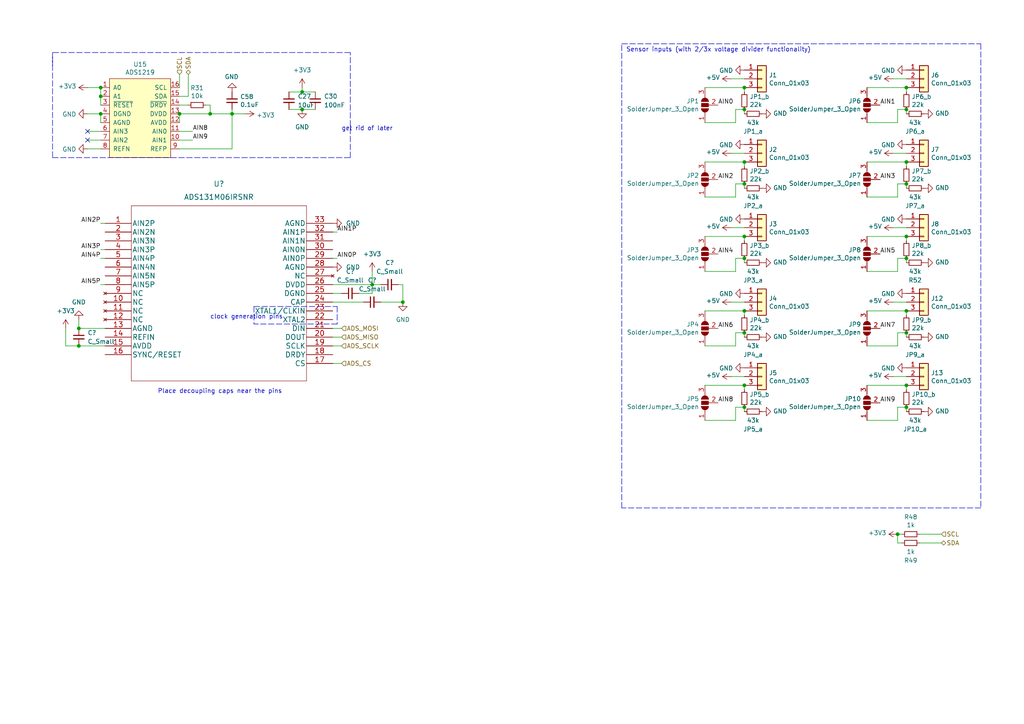
<source format=kicad_sch>
(kicad_sch (version 20211123) (generator eeschema)
  (paper "A4")
  (lib_symbols
    (symbol "Connector_Generic:Conn_01x03" (pin_names (offset 1.016) hide)
      (property "Reference" "J" (at 0 5.08 0))
      (property "Value" "Conn_01x03" (at 0 -5.08 0))
      (symbol "Conn_01x03_1_1"
        (rectangle (start -1.27 -2.413) (end 0 -2.667) (stroke (width 0.1524)))
        (rectangle (start -1.27 0.127) (end 0 -0.127) (stroke (width 0.1524)))
        (rectangle (start -1.27 2.667) (end 0 2.413) (stroke (width 0.1524)))
        (rectangle (start -1.27 3.81) (end 1.27 -3.81) (stroke (width 0.254)) (fill (type background)))
        (pin passive line (at -5.08 2.54 0) (length 3.81) (name "Pin_1") (number "1"))
        (pin passive line (at -5.08 0 0) (length 3.81) (name "Pin_2") (number "2"))
        (pin passive line (at -5.08 -2.54 0) (length 3.81) (name "Pin_3") (number "3"))
      )
    )
    (symbol "Device:C_Small" (pin_numbers hide) (pin_names (offset 0.254) hide)
      (property "Reference" "C" (at 0.254 1.778 0))
      (property "Value" "C_Small" (at 0.254 -2.032 0))
      (symbol "C_Small_0_1"
        (polyline (pts (xy -1.524 -0.508) (xy 1.524 -0.508)) (stroke (width 0.3302)))
        (polyline (pts (xy -1.524 0.508) (xy 1.524 0.508)) (stroke (width 0.3048)))
      )
      (symbol "C_Small_1_1"
        (pin passive line (at 0 2.54 270) (length 2.032) (name "~") (number "1"))
        (pin passive line (at 0 -2.54 90) (length 2.032) (name "~") (number "2"))
      )
    )
    (symbol "Device:R_Small" (pin_numbers hide) (pin_names (offset 0.254) hide)
      (property "Reference" "R" (at 0.762 0.508 0))
      (property "Value" "R_Small" (at 0.762 -1.016 0))
      (symbol "R_Small_0_1"
        (rectangle (start -0.762 1.778) (end 0.762 -1.778) (stroke (width 0.2032)))
      )
      (symbol "R_Small_1_1"
        (pin passive line (at 0 2.54 270) (length 0.762) (name "~") (number "1"))
        (pin passive line (at 0 -2.54 90) (length 0.762) (name "~") (number "2"))
      )
    )
    (symbol "Jumper:SolderJumper_3_Open" (pin_names (offset 0) hide)
      (property "Reference" "JP" (at -2.54 -2.54 0))
      (property "Value" "SolderJumper_3_Open" (at 0 2.794 0))
      (symbol "SolderJumper_3_Open_0_1"
        (arc (start -1.016 1.016) (mid -2.032 0) (end -1.016 -1.016))
        (arc (start -1.016 1.016) (mid -2.032 0) (end -1.016 -1.016) (fill (type outline)))
        (rectangle (start -0.508 1.016) (end 0.508 -1.016) (fill (type outline)))
        (polyline (pts (xy -2.54 0) (xy -2.032 0)))
        (polyline (pts (xy -1.016 1.016) (xy -1.016 -1.016)))
        (polyline (pts (xy 0 -1.27) (xy 0 -1.016)))
        (polyline (pts (xy 1.016 1.016) (xy 1.016 -1.016)))
        (polyline (pts (xy 2.54 0) (xy 2.032 0)))
        (arc (start 1.016 -1.016) (mid 2.032 0) (end 1.016 1.016))
        (arc (start 1.016 -1.016) (mid 2.032 0) (end 1.016 1.016) (fill (type outline)))
      )
      (symbol "SolderJumper_3_Open_1_1"
        (pin passive line (at -5.08 0 0) (length 2.54) (name "A") (number "1"))
        (pin input line (at 0 -3.81 90) (length 2.54) (name "C") (number "2"))
        (pin passive line (at 5.08 0 180) (length 2.54) (name "B") (number "3"))
      )
    )
    (symbol "analogue-cache:+3.3V" (power) (pin_names (offset 0))
      (property "Value" "+3.3V" (at 0 3.556 0))
      (symbol "+3.3V_0_1"
        (polyline (pts (xy -0.762 1.27) (xy 0 2.54)))
        (polyline (pts (xy 0 0) (xy 0 2.54)))
        (polyline (pts (xy 0 2.54) (xy 0.762 1.27)))
      )
      (symbol "+3.3V_1_1"
        (pin power_in line (at 0 0 90) (length 0) hide (name "+3V3") (number "1"))
      )
    )
    (symbol "iclr:ADS1219" (pin_names (offset 1.016))
      (property "Reference" "U" (at -6.35 12.7 0))
      (property "Value" "ADS1219" (at 5.08 -12.7 0))
      (symbol "ADS1219_0_1"
        (rectangle (start 8.89 11.43) (end -8.89 -11.43) (fill (type background)))
      )
      (symbol "ADS1219_1_1"
        (pin input line (at -11.43 8.89 0) (length 2.54) (name "A0") (number "1"))
        (pin input line (at 11.43 -6.35 180) (length 2.54) (name "AIN1") (number "10"))
        (pin input line (at 11.43 -3.81 180) (length 2.54) (name "AIN0") (number "11"))
        (pin power_in line (at 11.43 -1.27 180) (length 2.54) (name "AVDD") (number "12"))
        (pin power_in line (at 11.43 1.27 180) (length 2.54) (name "DVDD") (number "13"))
        (pin output line (at 11.43 3.81 180) (length 2.54) (name "~{DRDY}") (number "14"))
        (pin bidirectional line (at 11.43 6.35 180) (length 2.54) (name "SDA") (number "15"))
        (pin input line (at 11.43 8.89 180) (length 2.54) (name "SCL") (number "16"))
        (pin input line (at -11.43 6.35 0) (length 2.54) (name "A1") (number "2"))
        (pin input line (at -11.43 3.81 0) (length 2.54) (name "~{RESET}") (number "3"))
        (pin power_in line (at -11.43 1.27 0) (length 2.54) (name "DGND") (number "4"))
        (pin power_in line (at -11.43 -1.27 0) (length 2.54) (name "AGND") (number "5"))
        (pin input line (at -11.43 -3.81 0) (length 2.54) (name "AIN3") (number "6"))
        (pin input line (at -11.43 -6.35 0) (length 2.54) (name "AIN2") (number "7"))
        (pin input line (at -11.43 -8.89 0) (length 2.54) (name "REFN") (number "8"))
        (pin input line (at 11.43 -8.89 180) (length 2.54) (name "REFP") (number "9"))
      )
    )
    (symbol "iclr:ADS131M06IRSNR" (pin_names (offset 0.254))
      (property "Reference" "U" (at 33.02 10.16 0))
      (property "Value" "ADS131M06IRSNR" (at 33.02 7.62 0))
      (symbol "ADS131M06IRSNR_1_1"
        (polyline (pts (xy 7.62 -45.72) (xy 58.42 -45.72)) (stroke (width 0.127)))
        (polyline (pts (xy 7.62 5.08) (xy 7.62 -45.72)) (stroke (width 0.127)))
        (polyline (pts (xy 58.42 -45.72) (xy 58.42 5.08)) (stroke (width 0.127)))
        (polyline (pts (xy 58.42 5.08) (xy 7.62 5.08)) (stroke (width 0.127)))
        (pin input line (at 0 0 0) (length 7.62) (name "AIN2P") (number "1"))
        (pin no_connect line (at 0 -22.86 0) (length 7.62) (name "NC") (number "10"))
        (pin no_connect line (at 0 -25.4 0) (length 7.62) (name "NC") (number "11"))
        (pin no_connect line (at 0 -27.94 0) (length 7.62) (name "NC") (number "12"))
        (pin power_in line (at 0 -30.48 0) (length 7.62) (name "AGND") (number "13"))
        (pin unspecified line (at 0 -33.02 0) (length 7.62) (name "REFIN") (number "14"))
        (pin power_in line (at 0 -35.56 0) (length 7.62) (name "AVDD") (number "15"))
        (pin unspecified line (at 0 -38.1 0) (length 7.62) (name "SYNC/RESET") (number "16"))
        (pin unspecified line (at 66.04 -40.64 180) (length 7.62) (name "CS") (number "17"))
        (pin unspecified line (at 66.04 -38.1 180) (length 7.62) (name "DRDY") (number "18"))
        (pin unspecified line (at 66.04 -35.56 180) (length 7.62) (name "SCLK") (number "19"))
        (pin input line (at 0 -2.54 0) (length 7.62) (name "AIN2N") (number "2"))
        (pin output line (at 66.04 -33.02 180) (length 7.62) (name "DOUT") (number "20"))
        (pin unspecified line (at 66.04 -30.48 180) (length 7.62) (name "DIN") (number "21"))
        (pin unspecified line (at 66.04 -27.94 180) (length 7.62) (name "XTAL2") (number "22"))
        (pin bidirectional line (at 66.04 -25.4 180) (length 7.62) (name "XTAL1/CLKIN") (number "23"))
        (pin unspecified line (at 66.04 -22.86 180) (length 7.62) (name "CAP") (number "24"))
        (pin power_in line (at 66.04 -20.32 180) (length 7.62) (name "DGND") (number "25"))
        (pin power_in line (at 66.04 -17.78 180) (length 7.62) (name "DVDD") (number "26"))
        (pin no_connect line (at 66.04 -15.24 180) (length 7.62) (name "NC") (number "27"))
        (pin power_in line (at 66.04 -12.7 180) (length 7.62) (name "AGND") (number "28"))
        (pin bidirectional line (at 66.04 -10.16 180) (length 7.62) (name "AIN0P") (number "29"))
        (pin input line (at 0 -5.08 0) (length 7.62) (name "AIN3N") (number "3"))
        (pin bidirectional line (at 66.04 -7.62 180) (length 7.62) (name "AIN0N") (number "30"))
        (pin input line (at 66.04 -5.08 180) (length 7.62) (name "AIN1N") (number "31"))
        (pin input line (at 66.04 -2.54 180) (length 7.62) (name "AIN1P") (number "32"))
        (pin power_in line (at 66.04 0 180) (length 7.62) (name "AGND") (number "33"))
        (pin input line (at 0 -7.62 0) (length 7.62) (name "AIN3P") (number "4"))
        (pin input line (at 0 -10.16 0) (length 7.62) (name "AIN4P") (number "5"))
        (pin input line (at 0 -12.7 0) (length 7.62) (name "AIN4N") (number "6"))
        (pin input line (at 0 -15.24 0) (length 7.62) (name "AIN5N") (number "7"))
        (pin input line (at 0 -17.78 0) (length 7.62) (name "AIN5P") (number "8"))
        (pin no_connect line (at 0 -20.32 0) (length 7.62) (name "NC") (number "9"))
      )
    )
    (symbol "power:+3.3V" (power) (pin_names (offset 0))
      (property "Value" "+3.3V" (at 0 3.556 0))
      (symbol "+3.3V_0_1"
        (polyline (pts (xy -0.762 1.27) (xy 0 2.54)))
        (polyline (pts (xy 0 0) (xy 0 2.54)))
        (polyline (pts (xy 0 2.54) (xy 0.762 1.27)))
      )
      (symbol "+3.3V_1_1"
        (pin power_in line (at 0 0 90) (length 0) hide (name "+3V3") (number "1"))
      )
    )
    (symbol "power:+5V" (power) (pin_names (offset 0))
      (property "Value" "+5V" (at 0 3.556 0))
      (symbol "+5V_0_1"
        (polyline (pts (xy -0.762 1.27) (xy 0 2.54)))
        (polyline (pts (xy 0 0) (xy 0 2.54)))
        (polyline (pts (xy 0 2.54) (xy 0.762 1.27)))
      )
      (symbol "+5V_1_1"
        (pin power_in line (at 0 0 90) (length 0) hide (name "+5V") (number "1"))
      )
    )
    (symbol "power:GND" (power) (pin_names (offset 0))
      (property "Value" "GND" (at 0 -3.81 0))
      (symbol "GND_0_1"
        (polyline (pts (xy 0 0) (xy 0 -1.27) (xy 1.27 -1.27) (xy 0 -2.54) (xy -1.27 -1.27) (xy 0 -1.27)))
      )
      (symbol "GND_1_1"
        (pin power_in line (at 0 0 270) (length 0) hide (name "GND") (number "1"))
      )
    )
  )
  (junction (at 215.9 74.93))
  (junction (at 87.63 31.75))
  (junction (at 262.89 96.52))
  (junction (at 215.9 46.99))
  (junction (at 262.89 25.4))
  (junction (at 29.21 27.94))
  (junction (at 215.9 90.17))
  (junction (at 52.07 33.02))
  (junction (at 262.89 111.76))
  (junction (at 262.89 53.34))
  (junction (at 87.63 26.67))
  (junction (at 215.9 68.58))
  (junction (at 262.89 118.11))
  (junction (at 29.21 25.4))
  (junction (at 215.9 31.75))
  (junction (at 262.89 90.17))
  (junction (at 260.35 154.94))
  (junction (at 215.9 53.34))
  (junction (at 107.95 82.55))
  (junction (at 215.9 25.4))
  (junction (at 29.21 33.02))
  (junction (at 60.96 33.02))
  (junction (at 215.9 118.11))
  (junction (at 22.86 100.33))
  (junction (at 67.31 33.02))
  (junction (at 262.89 46.99))
  (junction (at 262.89 74.93))
  (junction (at 116.84 87.63))
  (junction (at 262.89 31.75))
  (junction (at 262.89 68.58))
  (junction (at 22.86 95.25))
  (junction (at 215.9 96.52))
  (junction (at 215.9 111.76))
  (no_connect (at 25.4 38.1))
  (no_connect (at 25.4 40.64))
  (wire (pts (xy 99.06 100.33) (xy 96.52 100.33)))
  (wire (pts (xy 104.14 85.09) (xy 107.95 85.09)))
  (wire (pts (xy 29.21 25.4) (xy 29.21 27.94)))
  (wire (pts (xy 96.52 85.09) (xy 99.06 85.09)))
  (wire (pts (xy 215.9 22.86) (xy 212.09 22.86)))
  (wire (pts (xy 262.89 53.34) (xy 262.89 54.61)))
  (wire (pts (xy 99.06 97.79) (xy 96.52 97.79)))
  (wire (pts (xy 262.89 68.58) (xy 262.89 69.85)))
  (wire (pts (xy 215.9 53.34) (xy 213.36 53.34)))
  (wire (pts (xy 22.86 92.71) (xy 22.86 95.25)))
  (wire (pts (xy 213.36 118.11) (xy 213.36 121.92)))
  (wire (pts (xy 25.4 33.02) (xy 29.21 33.02)))
  (polyline (pts (xy 180.34 147.32) (xy 180.34 12.7)))
  (wire (pts (xy 262.89 44.45) (xy 259.08 44.45)))
  (wire (pts (xy 262.89 74.93) (xy 260.35 74.93)))
  (wire (pts (xy 204.47 25.4) (xy 215.9 25.4)))
  (wire (pts (xy 25.4 38.1) (xy 29.21 38.1)))
  (wire (pts (xy 116.84 87.63) (xy 116.84 82.55)))
  (wire (pts (xy 260.35 35.56) (xy 251.46 35.56)))
  (wire (pts (xy 215.9 96.52) (xy 213.36 96.52)))
  (wire (pts (xy 262.89 96.52) (xy 260.35 96.52)))
  (wire (pts (xy 251.46 25.4) (xy 262.89 25.4)))
  (wire (pts (xy 99.06 105.41) (xy 96.52 105.41)))
  (polyline (pts (xy 101.6 15.24) (xy 15.24 15.24)))
  (polyline (pts (xy 101.6 45.72) (xy 101.6 15.24)))
  (wire (pts (xy 215.9 44.45) (xy 212.09 44.45)))
  (wire (pts (xy 215.9 118.11) (xy 215.9 119.38)))
  (wire (pts (xy 29.21 82.55) (xy 30.48 82.55)))
  (wire (pts (xy 59.69 30.48) (xy 60.96 30.48)))
  (wire (pts (xy 87.63 26.67) (xy 91.44 26.67)))
  (wire (pts (xy 215.9 74.93) (xy 213.36 74.93)))
  (wire (pts (xy 266.7 157.48) (xy 273.05 157.48)))
  (wire (pts (xy 19.05 95.25) (xy 19.05 100.33)))
  (wire (pts (xy 262.89 25.4) (xy 262.89 26.67)))
  (wire (pts (xy 213.36 31.75) (xy 213.36 35.56)))
  (wire (pts (xy 262.89 74.93) (xy 262.89 76.2)))
  (wire (pts (xy 262.89 96.52) (xy 262.89 97.79)))
  (wire (pts (xy 260.35 157.48) (xy 260.35 154.94)))
  (wire (pts (xy 107.95 85.09) (xy 107.95 82.55)))
  (polyline (pts (xy 97.79 93.98) (xy 73.66 93.98)))
  (wire (pts (xy 215.9 109.22) (xy 212.09 109.22)))
  (wire (pts (xy 260.35 100.33) (xy 251.46 100.33)))
  (wire (pts (xy 213.36 53.34) (xy 213.36 57.15)))
  (wire (pts (xy 204.47 90.17) (xy 215.9 90.17)))
  (wire (pts (xy 29.21 33.02) (xy 29.21 35.56)))
  (wire (pts (xy 260.35 118.11) (xy 260.35 121.92)))
  (wire (pts (xy 213.36 57.15) (xy 204.47 57.15)))
  (wire (pts (xy 204.47 68.58) (xy 215.9 68.58)))
  (wire (pts (xy 55.88 40.64) (xy 52.07 40.64)))
  (wire (pts (xy 260.35 31.75) (xy 260.35 35.56)))
  (wire (pts (xy 262.89 87.63) (xy 259.08 87.63)))
  (wire (pts (xy 273.05 154.94) (xy 266.7 154.94)))
  (wire (pts (xy 215.9 46.99) (xy 215.9 48.26)))
  (wire (pts (xy 215.9 31.75) (xy 215.9 33.02)))
  (wire (pts (xy 96.52 82.55) (xy 107.95 82.55)))
  (polyline (pts (xy 15.24 16.51) (xy 15.24 45.72)))
  (polyline (pts (xy 15.24 15.24) (xy 15.24 19.05)))
  (wire (pts (xy 52.07 33.02) (xy 52.07 35.56)))
  (wire (pts (xy 67.31 33.02) (xy 67.31 43.18)))
  (wire (pts (xy 262.89 22.86) (xy 259.08 22.86)))
  (wire (pts (xy 96.52 87.63) (xy 105.41 87.63)))
  (wire (pts (xy 215.9 31.75) (xy 213.36 31.75)))
  (wire (pts (xy 107.95 78.74) (xy 107.95 82.55)))
  (wire (pts (xy 67.31 33.02) (xy 71.12 33.02)))
  (wire (pts (xy 215.9 111.76) (xy 215.9 113.03)))
  (wire (pts (xy 60.96 33.02) (xy 67.31 33.02)))
  (wire (pts (xy 213.36 100.33) (xy 204.47 100.33)))
  (wire (pts (xy 87.63 31.75) (xy 91.44 31.75)))
  (wire (pts (xy 262.89 118.11) (xy 260.35 118.11)))
  (wire (pts (xy 260.35 53.34) (xy 260.35 57.15)))
  (wire (pts (xy 215.9 53.34) (xy 215.9 54.61)))
  (wire (pts (xy 260.35 78.74) (xy 251.46 78.74)))
  (wire (pts (xy 83.82 26.67) (xy 87.63 26.67)))
  (wire (pts (xy 215.9 90.17) (xy 215.9 91.44)))
  (wire (pts (xy 54.61 27.94) (xy 52.07 27.94)))
  (wire (pts (xy 215.9 118.11) (xy 213.36 118.11)))
  (wire (pts (xy 83.82 31.75) (xy 87.63 31.75)))
  (wire (pts (xy 260.35 96.52) (xy 260.35 100.33)))
  (polyline (pts (xy 180.34 12.7) (xy 284.48 12.7)))
  (polyline (pts (xy 284.48 12.7) (xy 284.48 147.32)))
  (wire (pts (xy 213.36 74.93) (xy 213.36 78.74)))
  (wire (pts (xy 110.49 87.63) (xy 116.84 87.63)))
  (wire (pts (xy 260.35 57.15) (xy 251.46 57.15)))
  (wire (pts (xy 52.07 38.1) (xy 55.88 38.1)))
  (wire (pts (xy 251.46 90.17) (xy 262.89 90.17)))
  (wire (pts (xy 213.36 78.74) (xy 204.47 78.74)))
  (wire (pts (xy 262.89 31.75) (xy 262.89 33.02)))
  (wire (pts (xy 261.62 157.48) (xy 260.35 157.48)))
  (wire (pts (xy 87.63 25.4) (xy 87.63 26.67)))
  (wire (pts (xy 213.36 35.56) (xy 204.47 35.56)))
  (polyline (pts (xy 73.66 88.9) (xy 73.66 93.98)))
  (wire (pts (xy 67.31 43.18) (xy 52.07 43.18)))
  (wire (pts (xy 25.4 25.4) (xy 29.21 25.4)))
  (wire (pts (xy 215.9 66.04) (xy 212.09 66.04)))
  (wire (pts (xy 67.31 31.75) (xy 67.31 33.02)))
  (wire (pts (xy 260.35 74.93) (xy 260.35 78.74)))
  (polyline (pts (xy 284.48 147.32) (xy 180.34 147.32)))
  (wire (pts (xy 60.96 30.48) (xy 60.96 33.02)))
  (wire (pts (xy 29.21 74.93) (xy 30.48 74.93)))
  (wire (pts (xy 22.86 95.25) (xy 30.48 95.25)))
  (wire (pts (xy 262.89 111.76) (xy 262.89 113.03)))
  (polyline (pts (xy 97.79 88.9) (xy 97.79 93.98)))
  (wire (pts (xy 99.06 95.25) (xy 96.52 95.25)))
  (wire (pts (xy 215.9 74.93) (xy 215.9 76.2)))
  (wire (pts (xy 30.48 100.33) (xy 22.86 100.33)))
  (wire (pts (xy 260.35 121.92) (xy 251.46 121.92)))
  (wire (pts (xy 29.21 64.77) (xy 30.48 64.77)))
  (wire (pts (xy 215.9 96.52) (xy 215.9 97.79)))
  (wire (pts (xy 25.4 43.18) (xy 29.21 43.18)))
  (wire (pts (xy 54.61 21.59) (xy 54.61 27.94)))
  (wire (pts (xy 262.89 46.99) (xy 262.89 48.26)))
  (wire (pts (xy 262.89 31.75) (xy 260.35 31.75)))
  (wire (pts (xy 262.89 90.17) (xy 262.89 91.44)))
  (wire (pts (xy 96.52 74.93) (xy 97.79 74.93)))
  (wire (pts (xy 116.84 82.55) (xy 115.57 82.55)))
  (wire (pts (xy 213.36 121.92) (xy 204.47 121.92)))
  (wire (pts (xy 251.46 68.58) (xy 262.89 68.58)))
  (wire (pts (xy 54.61 30.48) (xy 52.07 30.48)))
  (wire (pts (xy 215.9 25.4) (xy 215.9 26.67)))
  (wire (pts (xy 262.89 118.11) (xy 262.89 119.38)))
  (wire (pts (xy 251.46 46.99) (xy 262.89 46.99)))
  (wire (pts (xy 215.9 68.58) (xy 215.9 69.85)))
  (wire (pts (xy 29.21 40.64) (xy 25.4 40.64)))
  (wire (pts (xy 52.07 21.59) (xy 52.07 25.4)))
  (polyline (pts (xy 15.24 45.72) (xy 101.6 45.72)))
  (wire (pts (xy 251.46 111.76) (xy 262.89 111.76)))
  (wire (pts (xy 213.36 96.52) (xy 213.36 100.33)))
  (wire (pts (xy 29.21 72.39) (xy 30.48 72.39)))
  (polyline (pts (xy 73.66 88.9) (xy 97.79 88.9)))
  (wire (pts (xy 29.21 27.94) (xy 29.21 30.48)))
  (wire (pts (xy 204.47 46.99) (xy 215.9 46.99)))
  (wire (pts (xy 22.86 100.33) (xy 19.05 100.33)))
  (wire (pts (xy 96.52 67.31) (xy 97.79 67.31)))
  (wire (pts (xy 110.49 82.55) (xy 107.95 82.55)))
  (wire (pts (xy 262.89 66.04) (xy 259.08 66.04)))
  (wire (pts (xy 262.89 109.22) (xy 259.08 109.22)))
  (wire (pts (xy 262.89 53.34) (xy 260.35 53.34)))
  (wire (pts (xy 52.07 33.02) (xy 60.96 33.02)))
  (wire (pts (xy 260.35 154.94) (xy 261.62 154.94)))
  (wire (pts (xy 215.9 87.63) (xy 212.09 87.63)))
  (wire (pts (xy 204.47 111.76) (xy 215.9 111.76)))
  (text "get rid of later\n" (at 99.06 38.1 0) (effects (font (size 1.27 1.27)) (justify left bottom)))
  (text "clock generation pins\n" (at 60.96 92.71 0) (effects (font (size 1.27 1.27)) (justify left bottom)))
  (text "Sensor inputs (with 2/3x voltage divider functionality)" (at 181.61 15.24 0) (effects (font (size 1.27 1.27)) (justify left bottom)))
  (text "Place decoupling caps near the pins\n" (at 45.72 114.3 0) (effects (font (size 1.27 1.27)) (justify left bottom)))
  (label "AIN9" (at 55.88 40.64 0))
  (label "AIN4P" (at 29.21 74.93 180))
  (label "AIN8" (at 208.28 116.84 0))
  (label "AIN2P" (at 29.21 64.77 180))
  (label "AIN3" (at 255.27 52.07 0))
  (label "AIN0P" (at 97.79 74.93 0))
  (label "AIN2" (at 208.28 52.07 0))
  (label "AIN5P" (at 29.21 82.55 180))
  (label "AIN4" (at 208.28 73.66 0))
  (label "AIN0" (at 208.28 30.48 0))
  (label "AIN8" (at 55.88 38.1 0))
  (label "AIN1P" (at 97.79 67.31 0))
  (label "AIN1" (at 255.27 30.48 0))
  (label "AIN5" (at 255.27 73.66 0))
  (label "AIN6" (at 208.28 95.25 0))
  (label "AIN9" (at 255.27 116.84 0))
  (label "AIN3P" (at 29.21 72.39 180))
  (label "AIN7" (at 255.27 95.25 0))
  (hierarchical_label "ADS_CS" (shape input) (at 99.06 105.41 0))
  (hierarchical_label "ADS_MISO" (shape input) (at 99.06 97.79 0))
  (hierarchical_label "ADS_MOSI" (shape input) (at 99.06 95.25 0))
  (hierarchical_label "SCL" (shape input) (at 52.07 21.59 90))
  (hierarchical_label "ADS_SCLK" (shape input) (at 99.06 100.33 0))
  (hierarchical_label "SCL" (shape input) (at 273.05 154.94 0))
  (hierarchical_label "SDA" (shape bidirectional) (at 54.61 21.59 90))
  (hierarchical_label "SDA" (shape bidirectional) (at 273.05 157.48 0))
  (symbol (lib_id "iclr:ADS1219") (at 40.64 34.29 0) (unit 1)
    (property "Reference" "U15" (at 40.64 18.669 0))
    (property "Value" "ADS1219" (at 40.64 20.9804 0))
    (property "Footprint" "Package_SO:TSSOP-16_4.4x5mm_P0.65mm" (effects hide))
  )
  (symbol (lib_id "analogue-cache:+3.3V") (at 71.12 33.02 270) (unit 1)
    (property "Reference" "#PWR083" (effects hide))
    (property "Value" "+3.3V" (at 74.3712 33.401 90) (effects (justify left)))
  )
  (symbol (lib_id "Device:C_Small") (at 67.31 29.21 0) (unit 1)
    (property "Reference" "C58" (at 69.6468 28.0416 0) (effects (justify left)))
    (property "Value" "0.1uF" (at 69.6468 30.353 0) (effects (justify left)))
    (property "Footprint" "Capacitor_SMD:C_0603_1608Metric" (effects hide))
  )
  (symbol (lib_id "power:GND") (at 67.31 26.67 180) (unit 1)
    (property "Reference" "#PWR080" (effects hide))
    (property "Value" "GND" (at 67.183 22.2758 0))
  )
  (symbol (lib_id "power:GND") (at 25.4 43.18 270) (unit 1)
    (property "Reference" "#PWR077" (effects hide))
    (property "Value" "GND" (at 22.1488 43.307 90) (effects (justify right)))
  )
  (symbol (lib_id "power:GND") (at 25.4 33.02 270) (unit 1)
    (property "Reference" "#PWR076" (effects hide))
    (property "Value" "GND" (at 22.1488 33.147 90) (effects (justify right)))
  )
  (symbol (lib_id "analogue-cache:+3.3V") (at 25.4 25.4 90) (unit 1)
    (property "Reference" "#PWR075" (effects hide))
    (property "Value" "+3.3V" (at 22.1488 25.019 90) (effects (justify left)))
  )
  (symbol (lib_id "analogue-cache:+3.3V") (at 260.35 154.94 90) (unit 1)
    (property "Reference" "#PWR0104" (effects hide))
    (property "Value" "+3.3V" (at 257.0988 154.559 90) (effects (justify left)))
  )
  (symbol (lib_id "Device:R_Small") (at 264.16 154.94 270) (unit 1)
    (property "Reference" "R48" (at 264.16 149.9616 90))
    (property "Value" "1k" (at 264.16 152.273 90))
    (property "Footprint" "Resistor_SMD:R_0603_1608Metric" (effects hide))
  )
  (symbol (lib_id "Device:R_Small") (at 264.16 157.48 90) (unit 1)
    (property "Reference" "R49" (at 264.16 162.56 90))
    (property "Value" "1k" (at 264.16 160.02 90))
    (property "Footprint" "Resistor_SMD:R_0603_1608Metric" (effects hide))
  )
  (symbol (lib_id "Device:R_Small") (at 57.15 30.48 90) (unit 1)
    (property "Reference" "R31" (at 57.15 25.5016 90))
    (property "Value" "10k" (at 57.15 27.813 90))
    (property "Footprint" "Resistor_SMD:R_0603_1608Metric" (effects hide))
  )
  (symbol (lib_id "Connector_Generic:Conn_01x03") (at 267.97 22.86 0) (unit 1)
    (property "Reference" "J6" (at 270.002 21.7932 0) (effects (justify left)))
    (property "Value" "Conn_01x03" (at 270.002 24.1046 0) (effects (justify left)))
    (property "Footprint" "TerminalBlock_TE-Connectivity:TerminalBlock_TE_282834-3_1x03_P2.54mm_Horizontal" (effects hide))
  )
  (symbol (lib_id "power:+5V") (at 259.08 22.86 90) (unit 1)
    (property "Reference" "#PWR099" (effects hide))
    (property "Value" "+5V" (at 255.8288 22.479 90) (effects (justify left)))
  )
  (symbol (lib_id "power:GND") (at 262.89 20.32 270) (unit 1)
    (property "Reference" "#PWR0105" (effects hide))
    (property "Value" "GND" (at 259.6388 20.447 90) (effects (justify right)))
  )
  (symbol (lib_id "Device:R_Small") (at 262.89 29.21 0) (unit 1)
    (property "Reference" "JP6_b" (at 264.3886 28.0416 0) (effects (justify left)))
    (property "Value" "22k" (at 264.3886 30.353 0) (effects (justify left)))
    (property "Footprint" "Resistor_SMD:R_0603_1608Metric" (effects hide))
  )
  (symbol (lib_id "Device:R_Small") (at 265.43 33.02 270) (unit 1)
    (property "Reference" "JP6_a" (at 265.43 38.1 90))
    (property "Value" "43k" (at 265.43 35.56 90))
    (property "Footprint" "Resistor_SMD:R_0603_1608Metric" (effects hide))
  )
  (symbol (lib_id "power:GND") (at 267.97 33.02 90) (unit 1)
    (property "Reference" "#PWR0113" (effects hide))
    (property "Value" "GND" (at 271.2212 32.893 90) (effects (justify right)))
  )
  (symbol (lib_id "Jumper:SolderJumper_3_Open") (at 251.46 30.48 90) (unit 1)
    (property "Reference" "JP6" (at 249.7582 29.3116 90) (effects (justify left)))
    (property "Value" "SolderJumper_3_Open" (at 249.7582 31.623 90) (effects (justify left)))
    (property "Footprint" "Jumper:SolderJumper-3_P1.3mm_Open_RoundedPad1.0x1.5mm_NumberLabels" (effects hide))
  )
  (symbol (lib_id "Connector_Generic:Conn_01x03") (at 267.97 44.45 0) (unit 1)
    (property "Reference" "J7" (at 270.002 43.3832 0) (effects (justify left)))
    (property "Value" "Conn_01x03" (at 270.002 45.6946 0) (effects (justify left)))
    (property "Footprint" "TerminalBlock_TE-Connectivity:TerminalBlock_TE_282834-3_1x03_P2.54mm_Horizontal" (effects hide))
  )
  (symbol (lib_id "power:+5V") (at 259.08 44.45 90) (unit 1)
    (property "Reference" "#PWR0100" (effects hide))
    (property "Value" "+5V" (at 255.8288 44.069 90) (effects (justify left)))
  )
  (symbol (lib_id "power:GND") (at 262.89 41.91 270) (unit 1)
    (property "Reference" "#PWR0108" (effects hide))
    (property "Value" "GND" (at 259.6388 42.037 90) (effects (justify right)))
  )
  (symbol (lib_id "Device:R_Small") (at 262.89 50.8 0) (unit 1)
    (property "Reference" "JP7_b" (at 264.3886 49.6316 0) (effects (justify left)))
    (property "Value" "22k" (at 264.3886 51.943 0) (effects (justify left)))
    (property "Footprint" "Resistor_SMD:R_0603_1608Metric" (effects hide))
  )
  (symbol (lib_id "Device:R_Small") (at 265.43 54.61 270) (unit 1)
    (property "Reference" "JP7_a" (at 265.43 59.69 90))
    (property "Value" "43k" (at 265.43 57.15 90))
    (property "Footprint" "Resistor_SMD:R_0603_1608Metric" (effects hide))
  )
  (symbol (lib_id "power:GND") (at 267.97 54.61 90) (unit 1)
    (property "Reference" "#PWR0114" (effects hide))
    (property "Value" "GND" (at 271.2212 54.483 90) (effects (justify right)))
  )
  (symbol (lib_id "Jumper:SolderJumper_3_Open") (at 251.46 52.07 90) (unit 1)
    (property "Reference" "JP7" (at 249.7582 50.9016 90) (effects (justify left)))
    (property "Value" "SolderJumper_3_Open" (at 249.7582 53.213 90) (effects (justify left)))
    (property "Footprint" "Jumper:SolderJumper-3_P1.3mm_Open_RoundedPad1.0x1.5mm_NumberLabels" (effects hide))
  )
  (symbol (lib_id "Connector_Generic:Conn_01x03") (at 267.97 66.04 0) (unit 1)
    (property "Reference" "J8" (at 270.002 64.9732 0) (effects (justify left)))
    (property "Value" "Conn_01x03" (at 270.002 67.2846 0) (effects (justify left)))
    (property "Footprint" "TerminalBlock_TE-Connectivity:TerminalBlock_TE_282834-3_1x03_P2.54mm_Horizontal" (effects hide))
  )
  (symbol (lib_id "power:+5V") (at 259.08 66.04 90) (unit 1)
    (property "Reference" "#PWR0101" (effects hide))
    (property "Value" "+5V" (at 255.8288 65.659 90) (effects (justify left)))
  )
  (symbol (lib_id "power:GND") (at 262.89 63.5 270) (unit 1)
    (property "Reference" "#PWR0110" (effects hide))
    (property "Value" "GND" (at 259.6388 63.627 90) (effects (justify right)))
  )
  (symbol (lib_id "Device:R_Small") (at 262.89 72.39 0) (unit 1)
    (property "Reference" "JP8_b" (at 264.3886 71.2216 0) (effects (justify left)))
    (property "Value" "22k" (at 264.3886 73.533 0) (effects (justify left)))
    (property "Footprint" "Resistor_SMD:R_0603_1608Metric" (effects hide))
  )
  (symbol (lib_id "Device:R_Small") (at 265.43 76.2 270) (unit 1)
    (property "Reference" "R52" (at 265.43 81.28 90))
    (property "Value" "43k" (at 265.43 78.74 90))
    (property "Footprint" "Resistor_SMD:R_0603_1608Metric" (effects hide))
  )
  (symbol (lib_id "power:GND") (at 267.97 76.2 90) (unit 1)
    (property "Reference" "#PWR0115" (effects hide))
    (property "Value" "GND" (at 271.2212 76.073 90) (effects (justify right)))
  )
  (symbol (lib_id "Jumper:SolderJumper_3_Open") (at 251.46 73.66 90) (unit 1)
    (property "Reference" "JP8" (at 249.7582 72.4916 90) (effects (justify left)))
    (property "Value" "SolderJumper_3_Open" (at 249.7582 74.803 90) (effects (justify left)))
    (property "Footprint" "Jumper:SolderJumper-3_P1.3mm_Open_RoundedPad1.0x1.5mm_NumberLabels" (effects hide))
  )
  (symbol (lib_id "Connector_Generic:Conn_01x03") (at 267.97 87.63 0) (unit 1)
    (property "Reference" "J12" (at 270.002 86.5632 0) (effects (justify left)))
    (property "Value" "Conn_01x03" (at 270.002 88.8746 0) (effects (justify left)))
    (property "Footprint" "TerminalBlock_TE-Connectivity:TerminalBlock_TE_282834-3_1x03_P2.54mm_Horizontal" (effects hide))
  )
  (symbol (lib_id "power:+5V") (at 259.08 87.63 90) (unit 1)
    (property "Reference" "#PWR0102" (effects hide))
    (property "Value" "+5V" (at 255.8288 87.249 90) (effects (justify left)))
  )
  (symbol (lib_id "power:GND") (at 262.89 85.09 270) (unit 1)
    (property "Reference" "#PWR0111" (effects hide))
    (property "Value" "GND" (at 259.6388 85.217 90) (effects (justify right)))
  )
  (symbol (lib_id "Device:R_Small") (at 262.89 93.98 0) (unit 1)
    (property "Reference" "JP9_b" (at 264.3886 92.8116 0) (effects (justify left)))
    (property "Value" "22k" (at 264.3886 95.123 0) (effects (justify left)))
    (property "Footprint" "Resistor_SMD:R_0603_1608Metric" (effects hide))
  )
  (symbol (lib_id "Device:R_Small") (at 265.43 97.79 270) (unit 1)
    (property "Reference" "JP9_a" (at 265.43 102.87 90))
    (property "Value" "43k" (at 265.43 100.33 90))
    (property "Footprint" "Resistor_SMD:R_0603_1608Metric" (effects hide))
  )
  (symbol (lib_id "power:GND") (at 267.97 97.79 90) (unit 1)
    (property "Reference" "#PWR0116" (effects hide))
    (property "Value" "GND" (at 271.2212 97.663 90) (effects (justify right)))
  )
  (symbol (lib_id "Jumper:SolderJumper_3_Open") (at 251.46 95.25 90) (unit 1)
    (property "Reference" "JP9" (at 249.7582 94.0816 90) (effects (justify left)))
    (property "Value" "SolderJumper_3_Open" (at 249.7582 96.393 90) (effects (justify left)))
    (property "Footprint" "Jumper:SolderJumper-3_P1.3mm_Open_RoundedPad1.0x1.5mm_NumberLabels" (effects hide))
  )
  (symbol (lib_id "Connector_Generic:Conn_01x03") (at 267.97 109.22 0) (unit 1)
    (property "Reference" "J13" (at 270.002 108.1532 0) (effects (justify left)))
    (property "Value" "Conn_01x03" (at 270.002 110.4646 0) (effects (justify left)))
    (property "Footprint" "TerminalBlock_TE-Connectivity:TerminalBlock_TE_282834-3_1x03_P2.54mm_Horizontal" (effects hide))
  )
  (symbol (lib_id "power:+5V") (at 259.08 109.22 90) (unit 1)
    (property "Reference" "#PWR0103" (effects hide))
    (property "Value" "+5V" (at 255.8288 108.839 90) (effects (justify left)))
  )
  (symbol (lib_id "power:GND") (at 262.89 106.68 270) (unit 1)
    (property "Reference" "#PWR0112" (effects hide))
    (property "Value" "GND" (at 259.6388 106.807 90) (effects (justify right)))
  )
  (symbol (lib_id "Device:R_Small") (at 262.89 115.57 0) (unit 1)
    (property "Reference" "JP10_b" (at 264.3886 114.4016 0) (effects (justify left)))
    (property "Value" "22k" (at 264.3886 116.713 0) (effects (justify left)))
    (property "Footprint" "Resistor_SMD:R_0603_1608Metric" (effects hide))
  )
  (symbol (lib_id "Device:R_Small") (at 265.43 119.38 270) (unit 1)
    (property "Reference" "JP10_a" (at 265.43 124.46 90))
    (property "Value" "43k" (at 265.43 121.92 90))
    (property "Footprint" "Resistor_SMD:R_0603_1608Metric" (effects hide))
  )
  (symbol (lib_id "power:GND") (at 267.97 119.38 90) (unit 1)
    (property "Reference" "#PWR0117" (effects hide))
    (property "Value" "GND" (at 271.2212 119.253 90) (effects (justify right)))
  )
  (symbol (lib_id "Jumper:SolderJumper_3_Open") (at 251.46 116.84 90) (unit 1)
    (property "Reference" "JP10" (at 249.7582 115.6716 90) (effects (justify left)))
    (property "Value" "SolderJumper_3_Open" (at 249.7582 117.983 90) (effects (justify left)))
    (property "Footprint" "Jumper:SolderJumper-3_P1.3mm_Open_RoundedPad1.0x1.5mm_NumberLabels" (effects hide))
  )
  (symbol (lib_id "Connector_Generic:Conn_01x03") (at 220.98 22.86 0) (unit 1)
    (property "Reference" "J1" (at 223.012 21.7932 0) (effects (justify left)))
    (property "Value" "Conn_01x03" (at 223.012 24.1046 0) (effects (justify left)))
    (property "Footprint" "TerminalBlock_TE-Connectivity:TerminalBlock_TE_282834-3_1x03_P2.54mm_Horizontal" (effects hide))
  )
  (symbol (lib_id "power:+5V") (at 212.09 22.86 90) (unit 1)
    (property "Reference" "#PWR084" (effects hide))
    (property "Value" "+5V" (at 208.8388 22.479 90) (effects (justify left)))
  )
  (symbol (lib_id "power:GND") (at 215.9 20.32 270) (unit 1)
    (property "Reference" "#PWR089" (effects hide))
    (property "Value" "GND" (at 212.6488 20.447 90) (effects (justify right)))
  )
  (symbol (lib_id "Device:R_Small") (at 215.9 29.21 0) (unit 1)
    (property "Reference" "JP1_b" (at 217.3986 28.0416 0) (effects (justify left)))
    (property "Value" "22k" (at 217.3986 30.353 0) (effects (justify left)))
    (property "Footprint" "Resistor_SMD:R_0603_1608Metric" (effects hide))
  )
  (symbol (lib_id "Device:R_Small") (at 218.44 33.02 270) (unit 1)
    (property "Reference" "JP1_a" (at 218.44 38.1 90))
    (property "Value" "43k" (at 218.44 35.56 90))
    (property "Footprint" "Resistor_SMD:R_0603_1608Metric" (effects hide))
  )
  (symbol (lib_id "power:GND") (at 220.98 33.02 90) (unit 1)
    (property "Reference" "#PWR094" (effects hide))
    (property "Value" "GND" (at 224.2312 32.893 90) (effects (justify right)))
  )
  (symbol (lib_id "Jumper:SolderJumper_3_Open") (at 204.47 30.48 90) (unit 1)
    (property "Reference" "JP1" (at 202.7682 29.3116 90) (effects (justify left)))
    (property "Value" "SolderJumper_3_Open" (at 202.7682 31.623 90) (effects (justify left)))
    (property "Footprint" "Jumper:SolderJumper-3_P1.3mm_Open_RoundedPad1.0x1.5mm_NumberLabels" (effects hide))
  )
  (symbol (lib_id "Connector_Generic:Conn_01x03") (at 220.98 44.45 0) (unit 1)
    (property "Reference" "J2" (at 223.012 43.3832 0) (effects (justify left)))
    (property "Value" "Conn_01x03" (at 223.012 45.6946 0) (effects (justify left)))
    (property "Footprint" "TerminalBlock_TE-Connectivity:TerminalBlock_TE_282834-3_1x03_P2.54mm_Horizontal" (effects hide))
  )
  (symbol (lib_id "power:+5V") (at 212.09 44.45 90) (unit 1)
    (property "Reference" "#PWR085" (effects hide))
    (property "Value" "+5V" (at 208.8388 44.069 90) (effects (justify left)))
  )
  (symbol (lib_id "power:GND") (at 215.9 41.91 270) (unit 1)
    (property "Reference" "#PWR090" (effects hide))
    (property "Value" "GND" (at 212.6488 42.037 90) (effects (justify right)))
  )
  (symbol (lib_id "Device:R_Small") (at 215.9 50.8 0) (unit 1)
    (property "Reference" "JP2_b" (at 217.3986 49.6316 0) (effects (justify left)))
    (property "Value" "22k" (at 217.3986 51.943 0) (effects (justify left)))
    (property "Footprint" "Resistor_SMD:R_0603_1608Metric" (effects hide))
  )
  (symbol (lib_id "Device:R_Small") (at 218.44 54.61 270) (unit 1)
    (property "Reference" "JP2_a" (at 218.44 59.69 90))
    (property "Value" "43k" (at 218.44 57.15 90))
    (property "Footprint" "Resistor_SMD:R_0603_1608Metric" (effects hide))
  )
  (symbol (lib_id "power:GND") (at 220.98 54.61 90) (unit 1)
    (property "Reference" "#PWR095" (effects hide))
    (property "Value" "GND" (at 224.2312 54.483 90) (effects (justify right)))
  )
  (symbol (lib_id "Jumper:SolderJumper_3_Open") (at 204.47 52.07 90) (unit 1)
    (property "Reference" "JP2" (at 202.7682 50.9016 90) (effects (justify left)))
    (property "Value" "SolderJumper_3_Open" (at 202.7682 53.213 90) (effects (justify left)))
    (property "Footprint" "Jumper:SolderJumper-3_P1.3mm_Open_RoundedPad1.0x1.5mm_NumberLabels" (effects hide))
  )
  (symbol (lib_id "Connector_Generic:Conn_01x03") (at 220.98 66.04 0) (unit 1)
    (property "Reference" "J3" (at 223.012 64.9732 0) (effects (justify left)))
    (property "Value" "Conn_01x03" (at 223.012 67.2846 0) (effects (justify left)))
    (property "Footprint" "TerminalBlock_TE-Connectivity:TerminalBlock_TE_282834-3_1x03_P2.54mm_Horizontal" (effects hide))
  )
  (symbol (lib_id "power:+5V") (at 212.09 66.04 90) (unit 1)
    (property "Reference" "#PWR086" (effects hide))
    (property "Value" "+5V" (at 208.8388 65.659 90) (effects (justify left)))
  )
  (symbol (lib_id "power:GND") (at 215.9 63.5 270) (unit 1)
    (property "Reference" "#PWR091" (effects hide))
    (property "Value" "GND" (at 212.6488 63.627 90) (effects (justify right)))
  )
  (symbol (lib_id "Device:R_Small") (at 215.9 72.39 0) (unit 1)
    (property "Reference" "JP3_b" (at 217.3986 71.2216 0) (effects (justify left)))
    (property "Value" "22k" (at 217.3986 73.533 0) (effects (justify left)))
    (property "Footprint" "Resistor_SMD:R_0603_1608Metric" (effects hide))
  )
  (symbol (lib_id "Device:R_Small") (at 218.44 76.2 270) (unit 1)
    (property "Reference" "JP3_a" (at 218.44 81.28 90))
    (property "Value" "43k" (at 218.44 78.74 90))
    (property "Footprint" "Resistor_SMD:R_0603_1608Metric" (effects hide))
  )
  (symbol (lib_id "power:GND") (at 220.98 76.2 90) (unit 1)
    (property "Reference" "#PWR096" (effects hide))
    (property "Value" "GND" (at 224.2312 76.073 90) (effects (justify right)))
  )
  (symbol (lib_id "Jumper:SolderJumper_3_Open") (at 204.47 73.66 90) (unit 1)
    (property "Reference" "JP3" (at 202.7682 72.4916 90) (effects (justify left)))
    (property "Value" "SolderJumper_3_Open" (at 202.7682 74.803 90) (effects (justify left)))
    (property "Footprint" "Jumper:SolderJumper-3_P1.3mm_Open_RoundedPad1.0x1.5mm_NumberLabels" (effects hide))
  )
  (symbol (lib_id "Connector_Generic:Conn_01x03") (at 220.98 87.63 0) (unit 1)
    (property "Reference" "J4" (at 223.012 86.5632 0) (effects (justify left)))
    (property "Value" "Conn_01x03" (at 223.012 88.8746 0) (effects (justify left)))
    (property "Footprint" "TerminalBlock_TE-Connectivity:TerminalBlock_TE_282834-3_1x03_P2.54mm_Horizontal" (effects hide))
  )
  (symbol (lib_id "power:+5V") (at 212.09 87.63 90) (unit 1)
    (property "Reference" "#PWR087" (effects hide))
    (property "Value" "+5V" (at 208.8388 87.249 90) (effects (justify left)))
  )
  (symbol (lib_id "power:GND") (at 215.9 85.09 270) (unit 1)
    (property "Reference" "#PWR092" (effects hide))
    (property "Value" "GND" (at 212.6488 85.217 90) (effects (justify right)))
  )
  (symbol (lib_id "Device:R_Small") (at 215.9 93.98 0) (unit 1)
    (property "Reference" "JP4_b" (at 217.3986 92.8116 0) (effects (justify left)))
    (property "Value" "22k" (at 217.3986 95.123 0) (effects (justify left)))
    (property "Footprint" "Resistor_SMD:R_0603_1608Metric" (effects hide))
  )
  (symbol (lib_id "Device:R_Small") (at 218.44 97.79 270) (unit 1)
    (property "Reference" "JP4_a" (at 218.44 102.87 90))
    (property "Value" "43k" (at 218.44 100.33 90))
    (property "Footprint" "Resistor_SMD:R_0603_1608Metric" (effects hide))
  )
  (symbol (lib_id "power:GND") (at 220.98 97.79 90) (unit 1)
    (property "Reference" "#PWR097" (effects hide))
    (property "Value" "GND" (at 224.2312 97.663 90) (effects (justify right)))
  )
  (symbol (lib_id "Jumper:SolderJumper_3_Open") (at 204.47 95.25 90) (unit 1)
    (property "Reference" "JP4" (at 202.7682 94.0816 90) (effects (justify left)))
    (property "Value" "SolderJumper_3_Open" (at 202.7682 96.393 90) (effects (justify left)))
    (property "Footprint" "Jumper:SolderJumper-3_P1.3mm_Open_RoundedPad1.0x1.5mm_NumberLabels" (effects hide))
  )
  (symbol (lib_id "Connector_Generic:Conn_01x03") (at 220.98 109.22 0) (unit 1)
    (property "Reference" "J5" (at 223.012 108.1532 0) (effects (justify left)))
    (property "Value" "Conn_01x03" (at 223.012 110.4646 0) (effects (justify left)))
    (property "Footprint" "TerminalBlock_TE-Connectivity:TerminalBlock_TE_282834-3_1x03_P2.54mm_Horizontal" (effects hide))
  )
  (symbol (lib_id "power:+5V") (at 212.09 109.22 90) (unit 1)
    (property "Reference" "#PWR088" (effects hide))
    (property "Value" "+5V" (at 208.8388 108.839 90) (effects (justify left)))
  )
  (symbol (lib_id "power:GND") (at 215.9 106.68 270) (unit 1)
    (property "Reference" "#PWR093" (effects hide))
    (property "Value" "GND" (at 212.6488 106.807 90) (effects (justify right)))
  )
  (symbol (lib_id "Device:R_Small") (at 215.9 115.57 0) (unit 1)
    (property "Reference" "JP5_b" (at 217.3986 114.4016 0) (effects (justify left)))
    (property "Value" "22k" (at 217.3986 116.713 0) (effects (justify left)))
    (property "Footprint" "Resistor_SMD:R_0603_1608Metric" (effects hide))
  )
  (symbol (lib_id "Device:R_Small") (at 218.44 119.38 270) (unit 1)
    (property "Reference" "JP5_a" (at 218.44 124.46 90))
    (property "Value" "43k" (at 218.44 121.92 90))
    (property "Footprint" "Resistor_SMD:R_0603_1608Metric" (effects hide))
  )
  (symbol (lib_id "power:GND") (at 220.98 119.38 90) (unit 1)
    (property "Reference" "#PWR098" (effects hide))
    (property "Value" "GND" (at 224.2312 119.253 90) (effects (justify right)))
  )
  (symbol (lib_id "Jumper:SolderJumper_3_Open") (at 204.47 116.84 90) (unit 1)
    (property "Reference" "JP5" (at 202.7682 115.6716 90) (effects (justify left)))
    (property "Value" "SolderJumper_3_Open" (at 202.7682 117.983 90) (effects (justify left)))
    (property "Footprint" "Jumper:SolderJumper-3_P1.3mm_Open_RoundedPad1.0x1.5mm_NumberLabels" (effects hide))
  )
  (symbol (lib_id "power:GND") (at 87.63 31.75 0) (unit 1)
    (property "Reference" "#PWR0151" (effects hide))
    (property "Value" "GND" (at 87.63 36.83 0))
  )
  (symbol (lib_id "Device:C_Small") (at 22.86 97.79 0) (unit 1)
    (property "Reference" "C?" (at 25.4 96.5262 0) (effects (justify left)))
    (property "Value" "C_Small" (at 25.4 99.0662 0) (effects (justify left)))
  )
  (symbol (lib_id "power:GND") (at 96.52 64.77 90) (unit 1)
    (property "Reference" "#PWR?" (effects hide))
    (property "Value" "GND" (at 100.33 64.7699 90) (effects (justify right)))
  )
  (symbol (lib_id "Device:C_Small") (at 113.03 82.55 90) (unit 1)
    (property "Reference" "C?" (at 113.0363 76.2 90))
    (property "Value" "C_Small" (at 113.0363 78.74 90))
  )
  (symbol (lib_id "power:GND") (at 116.84 87.63 0) (unit 1)
    (property "Reference" "#PWR?" (effects hide))
    (property "Value" "GND" (at 116.84 92.71 0))
  )
  (symbol (lib_id "Device:C_Small") (at 101.6 85.09 90) (unit 1)
    (property "Reference" "C?" (at 101.6063 78.74 90))
    (property "Value" "C_Small" (at 101.6063 81.28 90))
  )
  (symbol (lib_id "Device:C_Small") (at 91.44 29.21 0) (unit 1)
    (property "Reference" "C30" (at 93.98 27.9462 0) (effects (justify left)))
    (property "Value" "100nF" (at 93.98 30.4862 0) (effects (justify left)))
    (property "Footprint" "Capacitor_SMD:C_0603_1608Metric" (effects hide))
  )
  (symbol (lib_id "iclr:ADS131M06IRSNR") (at 30.48 64.77 0) (unit 1)
    (property "Reference" "U?" (at 63.5 53.34 0) (effects (font (size 1.524 1.524))))
    (property "Value" "ADS131M06IRSNR" (at 63.5 57.15 0) (effects (font (size 1.524 1.524))))
    (property "Footprint" "QFN_M06IRSNR_TEX" (effects hide))
  )
  (symbol (lib_id "power:GND") (at 96.52 77.47 90) (unit 1)
    (property "Reference" "#PWR?" (effects hide))
    (property "Value" "GND" (at 100.33 77.4699 90) (effects (justify right)))
  )
  (symbol (lib_id "power:GND") (at 22.86 92.71 180) (unit 1)
    (property "Reference" "#PWR?" (effects hide))
    (property "Value" "GND" (at 22.86 87.63 0))
  )
  (symbol (lib_id "power:+3.3V") (at 19.05 95.25 0) (unit 1)
    (property "Reference" "#PWR?" (effects hide))
    (property "Value" "+3.3V" (at 19.05 90.17 0))
  )
  (symbol (lib_id "power:+3.3V") (at 107.95 78.74 0) (unit 1)
    (property "Reference" "#PWR?" (effects hide))
    (property "Value" "+3.3V" (at 107.95 73.66 0))
  )
  (symbol (lib_id "Device:C_Small") (at 107.95 87.63 90) (unit 1)
    (property "Reference" "C?" (at 107.9563 81.28 90))
    (property "Value" "C_Small" (at 107.9563 83.82 90))
  )
  (symbol (lib_id "power:+3.3V") (at 87.63 25.4 0) (unit 1)
    (property "Reference" "#PWR0150" (effects hide))
    (property "Value" "+3.3V" (at 87.63 20.32 0))
  )
  (symbol (lib_id "Device:C_Small") (at 83.82 29.21 0) (unit 1)
    (property "Reference" "C27" (at 86.36 27.9462 0) (effects (justify left)))
    (property "Value" "10uF" (at 86.36 30.4862 0) (effects (justify left)))
    (property "Footprint" "Capacitor_SMD:C_0603_1608Metric" (effects hide))
  )
)
</source>
